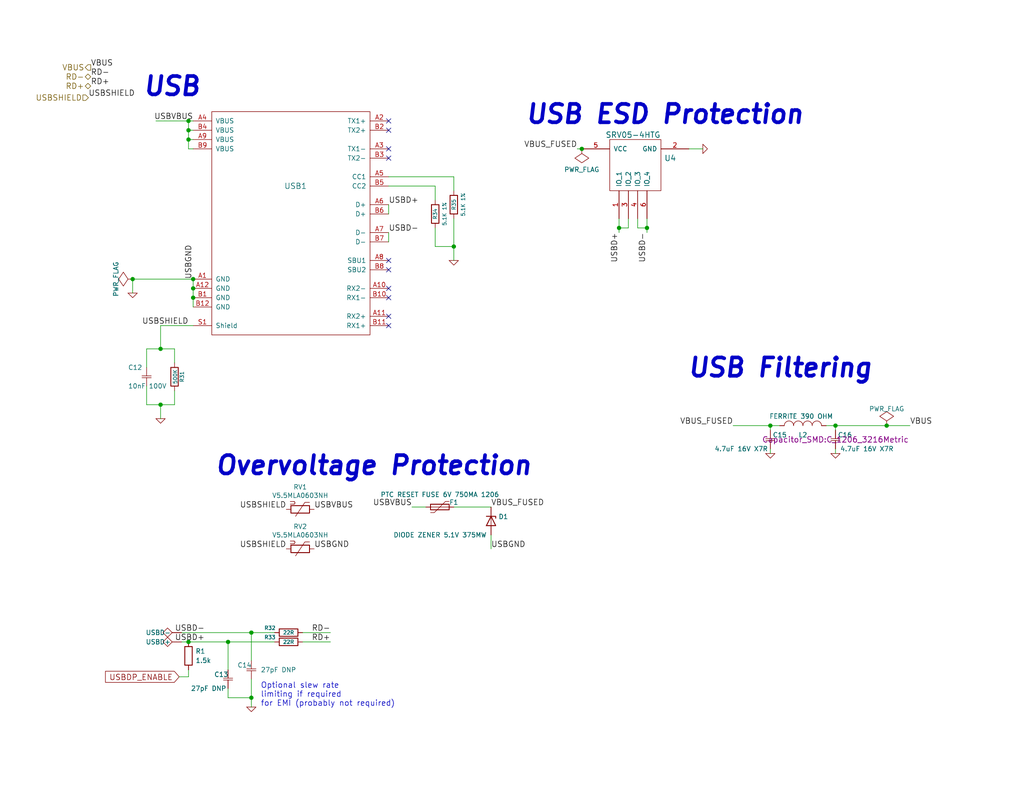
<source format=kicad_sch>
(kicad_sch (version 20211123) (generator eeschema)
  (paper "USLetter")
  (title_block (title "Model100 Left Hand") (date "2020-05-13") (company "Keyboardio"))
  (lib_symbols
    (symbol "Device:D_Zener" (pin_numbers hide) (pin_names (offset 1.016) hide)
      (property "Reference" "D" (at 0 2.54 0))
      (property "Value" "D_Zener" (at 0 -2.54 0))
      (symbol "D_Zener_0_1"
        (polyline (pts (xy 1.27 0) (xy -1.27 0)))
        (polyline (pts (xy -1.27 -1.27) (xy -1.27 1.27) (xy -0.762 1.27)) (stroke (width 0.254)))
        (polyline (pts (xy 1.27 -1.27) (xy 1.27 1.27) (xy -1.27 0) (xy 1.27 -1.27)) (stroke (width 0.254)))
      )
      (symbol "D_Zener_1_1"
        (pin passive line (at -3.81 0 0) (length 2.54) (name "K") (number "1"))
        (pin passive line (at 3.81 0 180) (length 2.54) (name "A") (number "2"))
      )
    )
    (symbol "Device:Polyfuse" (pin_numbers hide) (pin_names (offset 0))
      (property "Reference" "F" (at -2.54 0 90))
      (property "Value" "Polyfuse" (at 2.54 0 90))
      (symbol "Polyfuse_0_1"
        (rectangle (start -0.762 2.54) (end 0.762 -2.54) (stroke (width 0.254)))
        (polyline (pts (xy 0 2.54) (xy 0 -2.54)))
        (polyline (pts (xy -1.524 2.54) (xy -1.524 1.524) (xy 1.524 -1.524) (xy 1.524 -2.54)))
      )
      (symbol "Polyfuse_1_1"
        (pin passive line (at 0 3.81 270) (length 1.27) (name "~") (number "1"))
        (pin passive line (at 0 -3.81 90) (length 1.27) (name "~") (number "2"))
      )
    )
    (symbol "Device:R" (pin_numbers hide) (pin_names (offset 0))
      (property "Reference" "R" (at 2.032 0 90))
      (property "Value" "R" (at 0 0 90))
      (symbol "R_0_1"
        (rectangle (start -1.016 -2.54) (end 1.016 2.54) (stroke (width 0.254)))
      )
      (symbol "R_1_1"
        (pin passive line (at 0 3.81 270) (length 1.27) (name "~") (number "1"))
        (pin passive line (at 0 -3.81 90) (length 1.27) (name "~") (number "2"))
      )
    )
    (symbol "Device:Varistor" (pin_numbers hide) (pin_names (offset 0))
      (property "Reference" "RV" (at 3.175 0 90))
      (property "Value" "Varistor" (at -3.175 0 90))
      (symbol "Varistor_0_0"
        (text "U" (at -1.778 -2.032 0) (effects (font (size 1.27 1.27))))
      )
      (symbol "Varistor_0_1"
        (rectangle (start -1.016 -2.54) (end 1.016 2.54) (stroke (width 0.254)))
        (polyline (pts (xy -1.905 2.54) (xy -1.905 1.27) (xy 1.905 -1.27)))
      )
      (symbol "Varistor_1_1"
        (pin passive line (at 0 3.81 270) (length 1.27) (name "~") (number "1"))
        (pin passive line (at 0 -3.81 90) (length 1.27) (name "~") (number "2"))
      )
    )
    (symbol "modela-rescue:CSMALL" (pin_numbers hide) (pin_names (offset 0.254))
      (property "Reference" "C" (at 0.635 1.27 0))
      (property "Value" "CSMALL" (at 0.635 -1.27 0))
      (symbol "CSMALL_0_1"
        (polyline (pts (xy 1.27 -0.254) (xy -1.27 -0.254)))
        (polyline (pts (xy 1.27 0.254) (xy -1.27 0.254)))
      )
      (symbol "CSMALL_1_1"
        (pin passive line (at 0 2.54 270) (length 2.286) (name "~") (number "1"))
        (pin passive line (at 0 -2.54 90) (length 2.286) (name "~") (number "2"))
      )
    )
    (symbol "modela-rescue:GND" (power) (pin_names (offset 0))
      (symbol "GND_0_1"
        (polyline (pts (xy -1.27 0) (xy 0 -1.27) (xy 1.27 0) (xy -1.27 0)))
      )
      (symbol "GND_1_1"
        (pin power_in line (at 0 0 90) (length 0) hide (name "GND") (number "1"))
      )
    )
    (symbol "modela-rescue:INDUCTOR_SMALL" (pin_numbers hide) (pin_names (offset 0) hide)
      (property "Reference" "L" (at 0 2.54 0))
      (property "Value" "INDUCTOR_SMALL" (at 0 -1.27 0))
      (symbol "INDUCTOR_SMALL_0_1"
        (arc (start -2.54 0) (mid -3.81 1.27) (end -5.08 0))
        (arc (start 0 0) (mid -1.27 1.27) (end -2.54 0))
        (arc (start 2.54 0) (mid 1.27 1.27) (end 0 0))
        (arc (start 5.08 0) (mid 3.81 1.27) (end 2.54 0))
      )
      (symbol "INDUCTOR_SMALL_1_1"
        (pin input line (at -6.35 0 0) (length 1.27) (name "1") (number "1"))
        (pin input line (at 6.35 0 180) (length 1.27) (name "2") (number "2"))
      )
    )
    (symbol "modela-rescue:PWR_FLAG" (power) (pin_numbers hide) (pin_names (offset 0) hide)
      (property "Value" "PWR_FLAG" (at 0 4.572 0))
      (symbol "PWR_FLAG_0_0"
        (pin power_out line (at 0 0 90) (length 0) (name "pwr") (number "1"))
      )
      (symbol "PWR_FLAG_0_1"
        (polyline (pts (xy 0 0) (xy 0 1.27) (xy -1.905 2.54) (xy 0 3.81) (xy 1.905 2.54) (xy 0 1.27)))
      )
    )
    (symbol "modela-rescue:R" (pin_numbers hide) (pin_names (offset 0))
      (property "Reference" "R" (at 2.032 0 90))
      (property "Value" "R" (at 0 0 90))
      (symbol "R_0_1"
        (rectangle (start -1.016 -2.54) (end 1.016 2.54) (stroke (width 0.254)))
      )
      (symbol "R_1_1"
        (pin passive line (at 0 3.81 270) (length 1.27) (name "~") (number "1"))
        (pin passive line (at 0 -3.81 90) (length 1.27) (name "~") (number "2"))
      )
    )
    (symbol "modela-rescue:SRV05" (pin_names (offset 1.016))
      (property "Reference" "U" (at 2.54 -8.89 0))
      (property "Value" "SRV05" (at -7.62 -8.89 0))
      (symbol "SRV05_0_1"
        (rectangle (start -11.43 6.35) (end 2.54 -7.62))
      )
      (symbol "SRV05_1_1"
        (pin passive line (at -19.05 3.81 0) (length 7.62) (name "IO_1") (number "1"))
        (pin power_in line (at 0 -15.24 90) (length 7.62) (name "GND") (number "2"))
        (pin passive line (at -19.05 1.27 0) (length 7.62) (name "IO_2") (number "3"))
        (pin passive line (at -19.05 -1.27 0) (length 7.62) (name "IO_3") (number "4"))
        (pin power_in line (at 0 13.97 270) (length 7.62) (name "VCC") (number "5"))
        (pin passive line (at -19.05 -3.81 0) (length 7.62) (name "IO_4") (number "6"))
      )
    )
    (symbol "modela-rescue:Type-C_midmount" (pin_names (offset 1.016))
      (property "Reference" "USB1" (at 0 5.08 0))
      (symbol "Type-C_midmount_1_1"
        (rectangle (start -22.86 25.4) (end 20.32 -35.56))
        (pin power_in line (at -27.94 -20.32 0) (length 5.08) (name "GND") (number "A1"))
        (pin input line (at 25.4 -22.86 180) (length 5.08) (name "RX2-") (number "A10"))
        (pin input line (at 25.4 -30.48 180) (length 5.08) (name "RX2+") (number "A11"))
        (pin power_in line (at -27.94 -22.86 0) (length 5.08) (name "GND") (number "A12"))
        (pin input line (at 25.4 22.86 180) (length 5.08) (name "TX1+") (number "A2"))
        (pin input line (at 25.4 15.24 180) (length 5.08) (name "TX1-") (number "A3"))
        (pin power_out line (at -27.94 22.86 0) (length 5.08) (name "VBUS") (number "A4"))
        (pin input line (at 25.4 7.62 180) (length 5.08) (name "CC1") (number "A5"))
        (pin input line (at 25.4 0 180) (length 5.08) (name "D+") (number "A6"))
        (pin input line (at 25.4 -7.62 180) (length 5.08) (name "D-") (number "A7"))
        (pin input line (at 25.4 -15.24 180) (length 5.08) (name "SBU1") (number "A8"))
        (pin passive line (at -27.94 17.78 0) (length 5.08) (name "VBUS") (number "A9"))
        (pin power_in line (at -27.94 -25.4 0) (length 5.08) (name "GND") (number "B1"))
        (pin input line (at 25.4 -25.4 180) (length 5.08) (name "RX1-") (number "B10"))
        (pin input line (at 25.4 -33.02 180) (length 5.08) (name "RX1+") (number "B11"))
        (pin power_in line (at -27.94 -27.94 0) (length 5.08) (name "GND") (number "B12"))
        (pin input line (at 25.4 20.32 180) (length 5.08) (name "TX2+") (number "B2"))
        (pin input line (at 25.4 12.7 180) (length 5.08) (name "TX2-") (number "B3"))
        (pin passive line (at -27.94 20.32 0) (length 5.08) (name "VBUS") (number "B4"))
        (pin input line (at 25.4 5.08 180) (length 5.08) (name "CC2") (number "B5"))
        (pin input line (at 25.4 -2.54 180) (length 5.08) (name "D+") (number "B6"))
        (pin input line (at 25.4 -10.16 180) (length 5.08) (name "D-") (number "B7"))
        (pin input line (at 25.4 -17.78 180) (length 5.08) (name "SBU2") (number "B8"))
        (pin passive line (at -27.94 15.24 0) (length 5.08) (name "VBUS") (number "B9"))
        (pin passive line (at -27.94 -33.02 0) (length 5.08) (name "Shield") (number "S1"))
      )
    )
    (symbol "test-point:TST" (pin_numbers hide) (pin_names (offset 1.016) hide)
      (property "Value" "TST" (at 0 6.35 0))
      (symbol "TST_0_1"
        (polyline (pts (xy 0 5.08) (xy -1.27 3.81) (xy 0 2.54) (xy 1.27 3.81) (xy 0 5.08) (xy 0 5.08)))
      )
      (symbol "TST_1_1"
        (pin passive line (at 0 0 90) (length 2.54) (name "~") (number "1"))
      )
    )
  )
  (junction (at 68.58 172.72) (diameter 1.016))
  (junction (at 168.91 62.23) (diameter 1.016))
  (junction (at 176.53 62.23) (diameter 1.016))
  (junction (at 51.435 175.26) (diameter 1.016))
  (junction (at 43.815 110.49) (diameter 1.016))
  (junction (at 52.705 78.74) (diameter 1.016))
  (junction (at 43.815 95.25) (diameter 1.016))
  (junction (at 51.435 38.1) (diameter 1.016))
  (junction (at 210.185 116.205) (diameter 1.016))
  (junction (at 227.965 116.205) (diameter 1.016))
  (junction (at 36.195 76.2) (diameter 1.016))
  (junction (at 158.75 40.64) (diameter 1.016))
  (junction (at 52.705 81.28) (diameter 1.016))
  (junction (at 52.705 76.2) (diameter 1.016))
  (junction (at 241.935 116.205) (diameter 1.016))
  (junction (at 68.58 190.5) (diameter 1.016))
  (junction (at 51.435 35.56) (diameter 1.016))
  (junction (at 51.435 33.02) (diameter 1.016))
  (junction (at 62.23 175.26) (diameter 1.016))
  (junction (at 123.825 67.31) (diameter 1.016))
  (no_connect (at 106.045 78.74))
  (no_connect (at 106.045 88.9))
  (no_connect (at 106.045 71.12))
  (no_connect (at 106.045 43.18))
  (no_connect (at 106.045 86.36))
  (no_connect (at 106.045 40.64))
  (no_connect (at 106.045 81.28))
  (no_connect (at 106.045 35.56))
  (no_connect (at 106.045 33.02))
  (no_connect (at 106.045 73.66))
  (wire (pts (xy 49.53 175.26) (xy 51.435 175.26)))
  (wire (pts (xy 51.435 175.26) (xy 62.23 175.26)))
  (wire (pts (xy 62.23 190.5) (xy 62.23 187.96)))
  (wire (pts (xy 133.985 146.05) (xy 133.985 149.86)))
  (wire (pts (xy 241.935 116.205) (xy 248.285 116.205)))
  (wire (pts (xy 176.53 62.23) (xy 173.99 62.23)))
  (wire (pts (xy 47.625 110.49) (xy 47.625 106.68)))
  (wire (pts (xy 227.965 117.475) (xy 227.965 116.205)))
  (wire (pts (xy 90.17 172.72) (xy 82.55 172.72)))
  (wire (pts (xy 68.58 180.34) (xy 68.58 172.72)))
  (wire (pts (xy 51.435 38.1) (xy 52.705 38.1)))
  (wire (pts (xy 200.025 116.205) (xy 210.185 116.205)))
  (wire (pts (xy 227.965 122.555) (xy 227.965 123.825)))
  (wire (pts (xy 43.815 88.9) (xy 52.705 88.9)))
  (wire (pts (xy 40.005 95.25) (xy 43.815 95.25)))
  (wire (pts (xy 123.825 138.43) (xy 133.985 138.43)))
  (wire (pts (xy 62.23 175.26) (xy 62.23 182.88)))
  (wire (pts (xy 123.825 67.31) (xy 123.825 71.12)))
  (wire (pts (xy 40.005 110.49) (xy 43.815 110.49)))
  (wire (pts (xy 106.045 48.26) (xy 123.825 48.26)))
  (wire (pts (xy 68.58 172.72) (xy 74.93 172.72)))
  (wire (pts (xy 106.045 66.04) (xy 106.045 63.5)))
  (wire (pts (xy 48.895 184.785) (xy 51.435 184.785)))
  (wire (pts (xy 51.435 184.785) (xy 51.435 182.88)))
  (wire (pts (xy 123.825 59.69) (xy 123.825 67.31)))
  (wire (pts (xy 158.75 40.64) (xy 157.48 40.64)))
  (wire (pts (xy 52.705 78.74) (xy 52.705 81.28)))
  (wire (pts (xy 171.45 62.23) (xy 168.91 62.23)))
  (wire (pts (xy 52.705 76.2) (xy 52.705 78.74)))
  (wire (pts (xy 112.395 138.43) (xy 116.205 138.43)))
  (wire (pts (xy 68.58 190.5) (xy 62.23 190.5)))
  (wire (pts (xy 82.55 175.26) (xy 90.17 175.26)))
  (wire (pts (xy 171.45 59.69) (xy 171.45 62.23)))
  (wire (pts (xy 51.435 38.1) (xy 51.435 40.64)))
  (wire (pts (xy 51.435 33.02) (xy 51.435 35.56)))
  (wire (pts (xy 168.91 63.5) (xy 168.91 62.23)))
  (wire (pts (xy 225.425 116.205) (xy 227.965 116.205)))
  (wire (pts (xy 51.435 40.64) (xy 52.705 40.64)))
  (wire (pts (xy 43.815 95.25) (xy 47.625 95.25)))
  (wire (pts (xy 210.185 116.205) (xy 210.185 117.475)))
  (wire (pts (xy 62.23 175.26) (xy 74.93 175.26)))
  (wire (pts (xy 173.99 62.23) (xy 173.99 59.69)))
  (wire (pts (xy 187.96 40.64) (xy 191.77 40.64)))
  (wire (pts (xy 40.005 95.25) (xy 40.005 100.33)))
  (wire (pts (xy 118.745 67.31) (xy 123.825 67.31)))
  (wire (pts (xy 210.185 123.825) (xy 210.185 122.555)))
  (wire (pts (xy 52.705 81.28) (xy 52.705 83.82)))
  (wire (pts (xy 227.965 116.205) (xy 241.935 116.205)))
  (wire (pts (xy 51.435 33.02) (xy 52.705 33.02)))
  (wire (pts (xy 36.195 76.2) (xy 36.195 80.01)))
  (wire (pts (xy 176.53 62.23) (xy 176.53 59.69)))
  (wire (pts (xy 118.745 62.23) (xy 118.745 67.31)))
  (wire (pts (xy 43.815 95.25) (xy 43.815 88.9)))
  (wire (pts (xy 40.005 110.49) (xy 40.005 105.41)))
  (wire (pts (xy 51.435 35.56) (xy 51.435 38.1)))
  (wire (pts (xy 52.705 35.56) (xy 51.435 35.56)))
  (wire (pts (xy 118.745 50.8) (xy 106.045 50.8)))
  (wire (pts (xy 118.745 50.8) (xy 118.745 54.61)))
  (wire (pts (xy 43.815 110.49) (xy 47.625 110.49)))
  (wire (pts (xy 42.545 33.02) (xy 51.435 33.02)))
  (wire (pts (xy 47.625 95.25) (xy 47.625 99.06)))
  (wire (pts (xy 68.58 185.42) (xy 68.58 190.5)))
  (wire (pts (xy 168.91 62.23) (xy 168.91 59.69)))
  (wire (pts (xy 176.53 63.5) (xy 176.53 62.23)))
  (wire (pts (xy 68.58 190.5) (xy 68.58 193.04)))
  (wire (pts (xy 36.195 76.2) (xy 52.705 76.2)))
  (wire (pts (xy 106.045 58.42) (xy 106.045 55.88)))
  (wire (pts (xy 123.825 48.26) (xy 123.825 52.07)))
  (wire (pts (xy 49.53 172.72) (xy 68.58 172.72)))
  (wire (pts (xy 210.185 116.205) (xy 212.725 116.205)))
  (wire (pts (xy 43.815 114.3) (xy 43.815 110.49)))
  (text "USB Filtering" (at 187.325 103.505 0) (effects (font (size 5.0038 5.0038) (thickness 1.0008) bold italic) (justify left bottom)))
  (text "USB ESD Protection" (at 219.71 34.29 180) (effects (font (size 5.0038 5.0038) (thickness 1.0008) bold italic) (justify right bottom)))
  (text "Overvoltage Protection" (at 58.42 130.175 0) (effects (font (size 5.0038 5.0038) (thickness 1.0008) bold italic) (justify left bottom)))
  (text "Optional slew rate\nlimiting if required\nfor EMI (probably not required)" (at 71.12 193.04 0) (effects (font (size 1.524 1.524)) (justify left bottom)))
  (text "USB" (at 38.735 26.67 0) (effects (font (size 5.0038 5.0038) (thickness 1.0008) bold italic) (justify left bottom)))
  (label "USBGND" (at 85.725 149.86 0) (effects (font (size 1.5494 1.5494))))
  (label "USBD+" (at 168.91 63.5 270) (effects (font (size 1.524 1.524))))
  (label "VBUS_FUSED" (at 133.985 138.43 0) (effects (font (size 1.524 1.524))))
  (label "RD+" (at 24.765 23.495 0) (effects (font (size 1.524 1.524))))
  (label "USBGND" (at 133.985 149.86 0) (effects (font (size 1.524 1.524))))
  (label "USBVBUS" (at 52.705 33.02 180) (effects (font (size 1.524 1.524))))
  (label "USBVBUS" (at 112.395 138.43 180) (effects (font (size 1.524 1.524))))
  (label "VBUS" (at 24.765 18.415 0) (effects (font (size 1.524 1.524))))
  (label "USBVBUS" (at 85.725 139.065 0) (effects (font (size 1.524 1.524))))
  (label "USBD+" (at 106.045 55.88 0) (effects (font (size 1.524 1.524))))
  (label "USBGND" (at 52.705 76.2 90) (effects (font (size 1.524 1.524))))
  (label "USBD+" (at 55.88 175.26 180) (effects (font (size 1.524 1.524))))
  (label "USBSHIELD" (at 78.105 149.86 180) (effects (font (size 1.524 1.524))))
  (label "USBD-" (at 55.88 172.72 180) (effects (font (size 1.524 1.524))))
  (label "USBD-" (at 106.045 63.5 0) (effects (font (size 1.524 1.524))))
  (label "RD-" (at 90.17 172.72 180) (effects (font (size 1.524 1.524))))
  (label "USBD-" (at 176.53 63.5 270) (effects (font (size 1.524 1.524))))
  (label "RD+" (at 90.17 175.26 180) (effects (font (size 1.524 1.524))))
  (label "USBSHIELD" (at 51.435 88.9 180) (effects (font (size 1.524 1.524))))
  (label "VBUS_FUSED" (at 157.48 40.64 180) (effects (font (size 1.524 1.524))))
  (label "USBSHIELD" (at 24.13 26.67 0) (effects (font (size 1.524 1.524))))
  (label "VBUS_FUSED" (at 200.025 116.205 180) (effects (font (size 1.524 1.524))))
  (label "VBUS" (at 248.285 116.205 0) (effects (font (size 1.524 1.524))))
  (label "RD-" (at 24.765 20.955 0) (effects (font (size 1.524 1.524))))
  (label "USBSHIELD" (at 78.105 139.065 180) (effects (font (size 1.524 1.524))))
  (global_label "USBDP_ENABLE" (shape input) (at 48.895 184.785 180) (effects (font (size 1.524 1.524))) (property "Intersheet References" "${INTERSHEET_REFS}" (effects hide)))
  (hierarchical_label "RD-" (shape bidirectional) (at 24.765 20.955 180) (effects (font (size 1.524 1.524))))
  (hierarchical_label "RD+" (shape bidirectional) (at 24.765 23.495 180) (effects (font (size 1.524 1.524))))
  (hierarchical_label "VBUS" (shape output) (at 24.765 18.415 180) (effects (font (size 1.524 1.524))))
  (hierarchical_label "USBSHIELD" (shape input) (at 24.13 26.67 180) (effects (font (size 1.524 1.524))))
  (symbol (lib_id "modela-rescue:INDUCTOR_SMALL") (at 219.075 116.205 0) (unit 1)
    (property "Reference" "L2" (at 219.075 118.745 0))
    (property "Value" "FERRITE 390 OHM " (at 219.075 113.665 0))
    (property "Footprint" "Capacitor_SMD:C_1206_3216Metric" (effects hide))
    (property "Datasheet" "http://search.murata.co.jp/Ceramy/image/img/PDF/ENG/L0110S0100BLM31P.pdf" (effects hide))
    (property "Manufacturer" "Murata" (effects hide))
    (property "Description" "FERRITE CHIP 390 OHM 2000MA 1206" (effects hide))
    (property "MPN" "BLM31PG391SN1L" (effects hide))
    (property "LCSC" "C391191" (effects hide))
  )
  (symbol (lib_id "modela-rescue:R") (at 78.74 172.72 90) (mirror x) (unit 1)
    (property "Reference" "R32" (at 73.66 171.45 90) (effects (font (size 1.016 1.016))))
    (property "Value" "22R" (at 78.74 172.72 90) (effects (font (size 1.016 1.016))))
    (property "Footprint" "Resistor_SMD:R_0603_1608Metric" (effects hide))
    (property "Datasheet" "http://www.yageo.com/NewPortal/yageodocoutput?fileName=/pdf/R-Chip/PYu-RC_Group_51_RoHS_L_3.pdf" (effects hide))
    (property "DigiKey" "311-22.0HRTR-ND" (effects hide))
    (property "MPN" "RC0603FR-0722RL" (effects hide))
    (property "Manufacturer" "Yaego" (effects hide))
    (property "Description" "RES SMD 22 OHM 1% 1/10W 0603" (effects hide))
    (property "LCSC" "C23345" (effects hide))
  )
  (symbol (lib_id "modela-rescue:R") (at 78.74 175.26 90) (mirror x) (unit 1)
    (property "Reference" "R33" (at 73.66 173.99 90) (effects (font (size 1.016 1.016))))
    (property "Value" "22R" (at 78.74 175.26 90) (effects (font (size 1.016 1.016))))
    (property "Footprint" "Resistor_SMD:R_0603_1608Metric" (effects hide))
    (property "Datasheet" "http://www.yageo.com/NewPortal/yageodocoutput?fileName=/pdf/R-Chip/PYu-RC_Group_51_RoHS_L_3.pdf" (effects hide))
    (property "Description" "RES SMD 22 OHM 1% 1/10W 0603" (effects hide))
    (property "Manufacturer" "Yaego" (effects hide))
    (property "MPN" "RC0603FR-0722RL" (effects hide))
    (property "DigiKey" "311-22.0HRTR-ND" (effects hide))
    (property "LCSC" "C23345" (effects hide))
  )
  (symbol (lib_id "modela-rescue:Type-C_midmount") (at 80.645 55.88 0) (unit 1)
    (property "Reference" "USB1" (at 80.645 50.8 0) (effects (font (size 1.524 1.524))))
    (property "Value" "USB - C USB 3.1 (USB 3.1 Gen 2, Superspeed+) Receptacle Connector 24 Position Surface Mount, Right Angle" (effects hide))
    (property "Footprint" "Connector_USB:USB_C_Receptacle_HRO_TYPE-C-31-M-12" (effects hide))
    (property "Datasheet" "http://www.jae.com/z-en/pdf/MB-0297-1E_DX07.pdf" (effects hide))
    (property "Manufacturer" "HRO" (effects hide))
    (property "MPN" "HRO_TYPE-C-31-M-12" (effects hide))
    (property "Description" "HRO_TYPE-C-31-M-12" (effects hide))
    (property "LCSC" "C165948" (effects hide))
  )
  (symbol (lib_id "modela-rescue:GND") (at 36.195 80.01 0) (unit 1)
    (property "Reference" "#PWR024" (effects hide))
    (property "Value" "GND" (effects hide))
  )
  (symbol (lib_id "test-point:TST") (at 49.53 172.72 90) (mirror x) (unit 1)
    (property "Reference" "T2" (effects hide))
    (property "Value" "USBD-" (at 43.18 172.72 90))
    (property "Footprint" "Keyboardio:Labeled_TestPoint_Pad_2mm" (effects hide))
  )
  (symbol (lib_id "test-point:TST") (at 49.53 175.26 90) (mirror x) (unit 1)
    (property "Reference" "T3" (effects hide))
    (property "Value" "USBD+" (at 43.18 175.26 90))
    (property "Footprint" "Keyboardio:Labeled_TestPoint_Pad_2mm" (effects hide))
  )
  (symbol (lib_id "modela-rescue:GND") (at 210.185 123.825 0) (unit 1)
    (property "Reference" "#PWR029" (effects hide))
    (property "Value" "GND" (effects hide))
  )
  (symbol (lib_id "modela-rescue:GND") (at 227.965 123.825 0) (unit 1)
    (property "Reference" "#PWR030" (effects hide))
    (property "Value" "GND" (effects hide))
  )
  (symbol (lib_id "modela-rescue:R") (at 118.745 58.42 0) (unit 1)
    (property "Reference" "R34" (at 118.745 58.42 90) (effects (font (size 1.016 1.016))))
    (property "Value" "5.1K 1%" (at 121.285 58.42 90) (effects (font (size 1.016 1.016))))
    (property "Footprint" "Resistor_SMD:R_0603_1608Metric" (effects hide))
    (property "Description" "RES SMD 5.1K OHM 1% 1/10W 0603" (effects hide))
    (property "DigiKey" "311-5.10KHRCT-ND" (effects hide))
    (property "MPN" "RC0603FR-075K1L" (effects hide))
    (property "Manufacturer" "Yaego" (effects hide))
    (property "LCSC" "C23186" (effects hide))
  )
  (symbol (lib_id "modela-rescue:R") (at 123.825 55.88 0) (unit 1)
    (property "Reference" "R35" (at 123.825 55.88 90) (effects (font (size 1.016 1.016))))
    (property "Value" "5.1K 1%" (at 126.365 55.88 90) (effects (font (size 1.016 1.016))))
    (property "Footprint" "Resistor_SMD:R_0603_1608Metric" (effects hide))
    (property "Description" "RES SMD 5.1K OHM 1% 1/10W 0603" (effects hide))
    (property "DigiKey" "311-5.10KHRCT-ND" (effects hide))
    (property "MPN" "RC0603FR-075K1L" (effects hide))
    (property "Manufacturer" "Yaego" (effects hide))
    (property "LCSC" "C23186" (effects hide))
  )
  (symbol (lib_id "modela-rescue:GND") (at 123.825 71.12 0) (unit 1)
    (property "Reference" "#PWR027" (effects hide))
    (property "Value" "GND" (effects hide))
  )
  (symbol (lib_id "modela-rescue:GND") (at 43.815 114.3 0) (unit 1)
    (property "Reference" "#PWR025" (effects hide))
    (property "Value" "GND" (effects hide))
  )
  (symbol (lib_id "modela-rescue:R") (at 47.625 102.87 0) (unit 1)
    (property "Reference" "R31" (at 49.657 102.87 90) (effects (font (size 1.016 1.016))))
    (property "Value" "500K" (at 47.8028 102.8446 90) (effects (font (size 1.016 1.016))))
    (property "Footprint" "Resistor_SMD:R_0603_1608Metric" (effects hide))
    (property "Description" "RES SMD 499K OHM 1% 1/10W 0603" (effects hide))
    (property "DigiKey" "P499KHTR-ND" (effects hide))
    (property "MPN" "ERJ-3EKF4993V" (effects hide))
    (property "Manufacturer" "Panasonic" (effects hide))
    (property "LCSC" "C103678" (effects hide))
  )
  (symbol (lib_id "modela-rescue:CSMALL") (at 40.005 102.87 0) (unit 1)
    (property "Reference" "C12" (at 34.925 100.33 0) (effects (justify left)))
    (property "Value" "10nF 100V" (at 34.925 105.41 0) (effects (justify left)))
    (property "Footprint" "Capacitor_SMD:C_0805_2012Metric" (effects hide))
    (property "Datasheet" "http://www.samsungsem.com/kr/front/downloadcms.do?path=/kr/support/product-search/mlcc/__icsFiles/afieldfile/2014/11/05&fileName=C_CL21B103KCANNNC.pdf" (effects hide))
    (property "DigiKey" "490-5824-1-ND" (effects hide))
    (property "MPN" "GCJ216R72A103KA01D" (effects hide))
    (property "Manufacturer" "Murata" (effects hide))
    (property "Description" "CAP CER 10000PF 100V X7R 0805" (effects hide))
    (property "LCSC" "C1710" (effects hide))
  )
  (symbol (lib_id "modela-rescue:PWR_FLAG") (at 241.935 116.205 0) (unit 1)
    (property "Reference" "#FLG04" (effects hide))
    (property "Value" "PWR_FLAG" (at 241.935 111.633 0))
  )
  (symbol (lib_id "modela-rescue:CSMALL") (at 227.965 120.015 0) (unit 1)
    (property "Reference" "C16" (at 228.6 118.745 0) (effects (justify left)))
    (property "Value" "4.7uF 16V X7R" (at 229.235 122.555 0) (effects (justify left)))
    (property "Footprint" "Capacitor_SMD:C_1206_3216Metric" (at 227.965 120.015 0) (effects (font (size 1.524 1.524))))
    (property "Datasheet" "http://www.samsungsem.com/kr/front/downloadcms.do?path=/kr/support/product-search/mlcc/__icsFiles/afieldfile/2014/11/05&fileName=C_CL32B475KOINNNE.pdf" (effects hide))
    (property "DigiKey" "399-8238-1-ND" (effects hide))
    (property "MPN" "C1210C475K4RACTU" (effects hide))
    (property "Manufacturer" "Kemet" (effects hide))
    (property "Description" "CAP CER 4.7UF 16V X7R 1210" (effects hide))
    (property "LCSC" "C29823" (effects hide))
  )
  (symbol (lib_id "modela-rescue:CSMALL") (at 210.185 120.015 0) (unit 1)
    (property "Reference" "C15" (at 210.82 118.745 0) (effects (justify left)))
    (property "Value" "4.7uF 16V X7R" (at 194.945 122.555 0) (effects (justify left)))
    (property "Footprint" "Capacitor_SMD:C_1206_3216Metric" (effects hide))
    (property "Datasheet" "http://www.samsungsem.com/kr/front/downloadcms.do?path=/kr/support/product-search/mlcc/__icsFiles/afieldfile/2014/11/05&fileName=C_CL32B475KOINNNE.pdf" (effects hide))
    (property "DigiKey" "399-8238-1-ND" (effects hide))
    (property "MPN" "C1210C475K4RACTU" (effects hide))
    (property "Manufacturer" "Kemet" (effects hide))
    (property "Description" "CAP CER 4.7UF 16V X7R 1210" (effects hide))
    (property "LCSC" "C29823" (effects hide))
  )
  (symbol (lib_id "modela-rescue:PWR_FLAG") (at 36.195 76.2 90) (unit 1)
    (property "Reference" "#FLG02" (effects hide))
    (property "Value" "PWR_FLAG" (at 31.623 76.2 0))
  )
  (symbol (lib_id "modela-rescue:SRV05") (at 172.72 40.64 90) (unit 1)
    (property "Reference" "U4" (at 182.88 43.18 90) (effects (font (size 1.524 1.524))))
    (property "Value" "SRV05-4HTG" (at 172.72 36.83 90) (effects (font (size 1.524 1.524))))
    (property "Footprint" "Package_TO_SOT_SMD:SOT-23-6" (effects hide))
    (property "Datasheet" "http://www.littelfuse.com/~/media/electronics/datasheets/tvs_diode_arrays/littelfuse_tvs_diode_array_srv05_datasheet.pdf" (effects hide))
    (property "DigiKey" "F4204TR-ND" (effects hide))
    (property "MPN" "SRV05-4HTG" (effects hide))
    (property "Manufacturer" "Littelfuse" (effects hide))
    (property "Description" "15V Clamp 10A (8/20µs) Ipp Tvs Diode Surface Mount SOT-23-6" (effects hide))
    (property "LCSC" "C558420" (effects hide))
  )
  (symbol (lib_id "modela-rescue:GND") (at 191.77 40.64 90) (unit 1)
    (property "Reference" "#PWR028" (effects hide))
    (property "Value" "GND" (effects hide))
  )
  (symbol (lib_id "modela-rescue:CSMALL") (at 68.58 182.88 0) (unit 1)
    (property "Reference" "C14" (at 64.77 181.61 0) (effects (justify left)))
    (property "Value" "27pF DNP" (at 71.12 182.88 0) (effects (justify left)))
    (property "Footprint" "Capacitor_SMD:C_0603_1608Metric" (effects hide))
    (property "Description" "CAP CER 27PF 50V NP0 0603" (effects hide))
    (property "DigiKey" "490-1413-1-ND" (effects hide))
    (property "MPN" "GRM1885C1H270JA01D" (effects hide))
    (property "Manufacturer" "Murata" (effects hide))
    (property "Config" "DNP" (effects hide))
  )
  (symbol (lib_id "modela-rescue:CSMALL") (at 62.23 185.42 0) (unit 1)
    (property "Reference" "C13" (at 58.42 184.15 0) (effects (justify left)))
    (property "Value" "27pF DNP" (at 52.07 187.96 0) (effects (justify left)))
    (property "Footprint" "Capacitor_SMD:C_0603_1608Metric" (effects hide))
    (property "Description" "CAP CER 27PF 50V NP0 0603" (effects hide))
    (property "MPN" "GRM1885C1H270JA01D" (effects hide))
    (property "DigiKey" "490-1413-1-ND" (effects hide))
    (property "Manufacturer" "Murata" (effects hide))
    (property "Config" "DNP" (effects hide))
  )
  (symbol (lib_id "modela-rescue:GND") (at 68.58 193.04 0) (unit 1)
    (property "Reference" "#PWR026" (effects hide))
    (property "Value" "GND" (effects hide))
  )
  (symbol (lib_id "Device:Varistor") (at 81.915 139.065 270) (unit 1)
    (property "Reference" "RV1" (at 81.915 132.969 90))
    (property "Value" "V5.5MLA0603NH" (at 81.915 135.2804 90))
    (property "Footprint" "Resistor_SMD:R_0603_1608Metric" (effects hide))
    (property "Datasheet" "https://www.littelfuse.com/~/media/electronics/datasheets/varistors/littelfuse_varistor_mla_datasheet.pdf.pdf" (effects hide))
    (property "Manufacturer" "Littelfuse" (effects hide))
    (property "Description" "VARISTOR 8.2V 30A 0603" (effects hide))
    (property "DigiKey" "F3363CT-ND" (effects hide))
    (property "MPN" "V5.5MLA0603NH" (effects hide))
  )
  (symbol (lib_id "Device:Varistor") (at 81.915 149.86 270) (unit 1)
    (property "Reference" "RV2" (at 81.915 143.764 90))
    (property "Value" "V5.5MLA0603NH" (at 81.915 146.0754 90))
    (property "Footprint" "Resistor_SMD:R_0603_1608Metric" (effects hide))
    (property "Datasheet" "https://www.littelfuse.com/~/media/electronics/datasheets/varistors/littelfuse_varistor_mla_datasheet.pdf.pdf" (effects hide))
    (property "Manufacturer" "Littelfuse" (effects hide))
    (property "Description" "VARISTOR 8.2V 30A 0603" (effects hide))
    (property "DigiKey" "F3363CT-ND" (effects hide))
    (property "MPN" "V5.5MLA0603NH" (effects hide))
  )
  (symbol (lib_id "Device:D_Zener") (at 133.985 142.24 270) (unit 1)
    (property "Reference" "D1" (at 135.9916 141.0716 90) (effects (justify left)))
    (property "Value" "DIODE ZENER 5.1V 375MW " (at 107.315 146.05 90) (effects (justify left)))
    (property "Footprint" "Diode_SMD:D_MiniMELF" (effects hide))
    (property "Datasheet" "https://assets.nexperia.com/documents/data-sheet/BZT52H_SER.pdf" (effects hide))
    (property "Description" "Zener Diode 5.1V 375mW ±5% Surface Mount SOD-123F" (effects hide))
    (property "MPN" "BZT52H-C5V1,115" (effects hide))
    (property "DigiKey" "1727-3616-1-ND" (effects hide))
    (property "Manufacturer" "Nexperia" (effects hide))
    (property "LCSC" "C8062" (effects hide))
  )
  (symbol (lib_id "Device:Polyfuse") (at 120.015 138.43 270) (unit 1)
    (property "Reference" "F1" (at 123.825 137.16 90))
    (property "Value" "PTC RESET FUSE 6V 750MA 1206" (at 120.015 135.0264 90))
    (property "Footprint" "Fuse:Fuse_1206_3216Metric" (effects hide))
    (property "Datasheet" "https://www.littelfuse.com/~/media/electronics/product_specifications/resettable_ptcs/littelfuse_ptc_nanosmdc075f_2_product_specification.pdf.pdf" (effects hide))
    (property "Manufacturer" "Littelfuse Inc." (effects hide))
    (property "DigiKey" "NANOSMDC075F-2TR-ND" (effects hide))
    (property "MPN" "NANOSMDC075F-2" (effects hide))
    (property "Description" "Polymeric PTC Resettable Fuse 6V 750mA Ih Surface Mount 1206 (3216 Metric), Concave" (effects hide))
    (property "LCSC" "C910826" (effects hide))
  )
  (symbol (lib_id "modela-rescue:PWR_FLAG") (at 158.75 40.64 180) (unit 1)
    (property "Reference" "#FLG03" (effects hide))
    (property "Value" "PWR_FLAG" (at 158.75 46.3042 0))
  )
  (symbol (lib_id "Device:R") (at 51.435 179.07 0) (unit 1)
    (property "Reference" "R1" (at 53.34 177.7999 0) (effects (justify left)))
    (property "Value" "1.5k" (at 53.34 180.3399 0) (effects (justify left)))
    (property "Footprint" "Resistor_SMD:R_0603_1608Metric" (effects hide))
    (property "LCSC" "C22843" (effects hide))
  )
)
</source>
